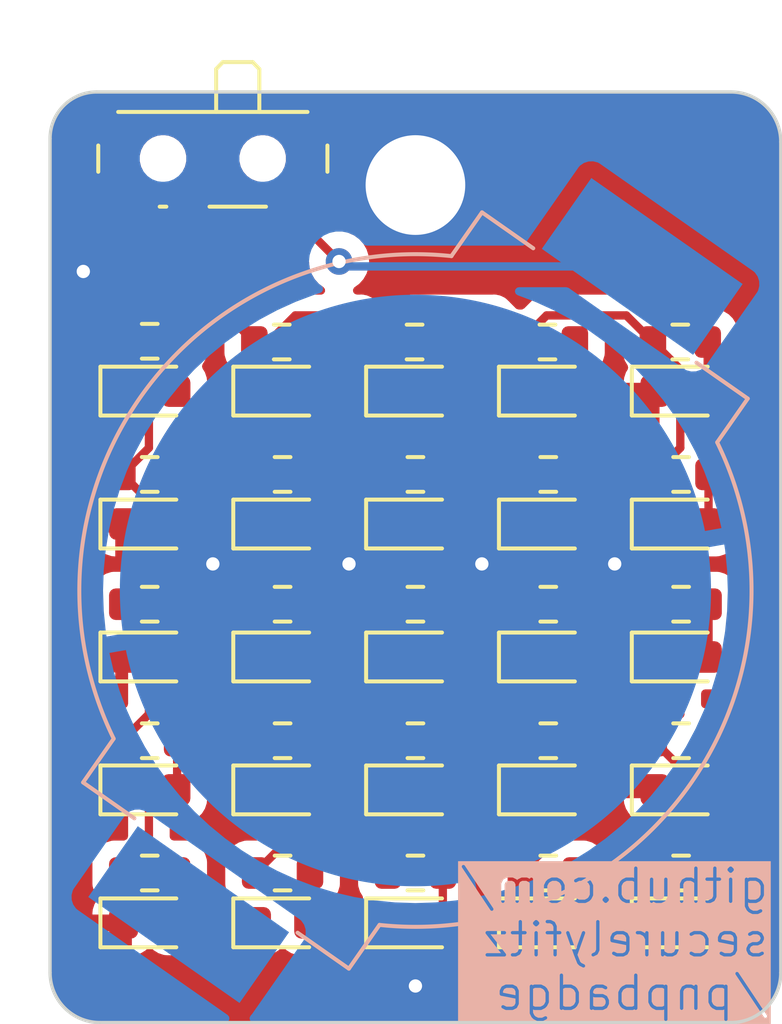
<source format=kicad_pcb>
(kicad_pcb (version 20221018) (generator pcbnew)
  (layers (0 "F.Cu" signal) (31 "B.Cu" signal) (34 "B.Paste" user) (35 "F.Paste" user) (36 "B.SilkS" user "B.Silkscreen") (37 "F.SilkS" user "F.Silkscreen") (38 "B.Mask" user) (39 "F.Mask" user) (44 "Edge.Cuts" user))
  (net 0 "")
  (net 1 "Net-(BT1-+)")
  (net 2 "Net-(D1.1-A)")
  (net 3 "Net-(D1.2-A)")
  (net 4 "Net-(D1.3-A)")
  (net 5 "Net-(D1.4-A)")
  (net 6 "Net-(D1.5-A)")
  (net 7 "Net-(D2.1-A)")
  (net 8 "Net-(D2.2-A)")
  (net 9 "Net-(D2.3-A)")
  (net 10 "Net-(D2.4-A)")
  (net 11 "Net-(D2.5-A)")
  (net 12 "Net-(D3.1-A)")
  (net 13 "Net-(D3.2-A)")
  (net 14 "Net-(D3.3-A)")
  (net 15 "Net-(D3.4-A)")
  (net 16 "Net-(D3.5-A)")
  (net 17 "Net-(D4.1-A)")
  (net 18 "Net-(D4.2-A)")
  (net 19 "Net-(D4.3-A)")
  (net 20 "Net-(D4.4-A)")
  (net 21 "Net-(D4.5-A)")
  (net 22 "Net-(D5.1-A)")
  (net 23 "Net-(D5.2-A)")
  (net 24 "Net-(D5.3-A)")
  (net 25 "Net-(D5.4-A)")
  (net 26 "Net-(D5.5-A)")
  (net 28 "GND")
  (net 29 "VCC")
  (footprint "LED_SMD:LED_0603_1608Metric" (layer "F.Cu") (at 157 97)
    (fp_text reference "D5.2" hide)
    (fp_text value "LED")
    (fp_line (start -1.485 -0.735) (end -1.485 0.735) (stroke (width 0.12)) (layer "F.SilkS"))
    (fp_line (start -1.485 0.735) (end 0.8 0.735) (stroke (width 0.12)) (layer "F.SilkS"))
    (fp_line (start 0.8 -0.735) (end -1.485 -0.735) (stroke (width 0.12)) (layer "F.SilkS"))
    (pad "1" smd roundrect (at -0.7875 0) (size 0.875 0.95) (layers "F.Cu" "F.Paste" "F.Mask") (net 28 "GND"))
    (pad "2" smd roundrect (at 0.7875 0) (size 0.875 0.95) (layers "F.Cu" "F.Paste" "F.Mask") (net 23 "Net-(D5.2-A)"))
  )
  (footprint "Resistor_SMD:R_0603_1608Metric" (layer "F.Cu") (at 169 83.5075)
    (fp_text reference "R2.5" hide)
    (fp_text value "R")
    (fp_line (start -0.237258 -0.5225) (end 0.237258 -0.5225) (stroke (width 0.12)) (layer "F.SilkS"))
    (fp_line (start -0.237258 0.5225) (end 0.237258 0.5225) (stroke (width 0.12)) (layer "F.SilkS"))
    (pad "1" smd roundrect (at -0.825 0) (size 0.8 0.95) (layers "F.Cu" "F.Paste" "F.Mask") (net 29 "VCC"))
    (pad "2" smd roundrect (at 0.825 0) (size 0.8 0.95) (layers "F.Cu" "F.Paste" "F.Mask") (net 11 "Net-(D2.5-A)"))
  )
  (footprint "LED_SMD:LED_0603_1608Metric" (layer "F.Cu") (at 169 85)
    (fp_text reference "D2.5" hide)
    (fp_text value "LED")
    (fp_line (start -1.485 -0.735) (end -1.485 0.735) (stroke (width 0.12)) (layer "F.SilkS"))
    (fp_line (start -1.485 0.735) (end 0.8 0.735) (stroke (width 0.12)) (layer "F.SilkS"))
    (fp_line (start 0.8 -0.735) (end -1.485 -0.735) (stroke (width 0.12)) (layer "F.SilkS"))
    (pad "1" smd roundrect (at -0.7875 0) (size 0.875 0.95) (layers "F.Cu" "F.Paste" "F.Mask") (net 28 "GND"))
    (pad "2" smd roundrect (at 0.7875 0) (size 0.875 0.95) (layers "F.Cu" "F.Paste" "F.Mask") (net 11 "Net-(D2.5-A)"))
  )
  (footprint "LED_SMD:LED_0603_1608Metric" (layer "F.Cu") (at 157 93)
    (fp_text reference "D4.2" hide)
    (fp_text value "LED")
    (fp_line (start -1.485 -0.735) (end -1.485 0.735) (stroke (width 0.12)) (layer "F.SilkS"))
    (fp_line (start -1.485 0.735) (end 0.8 0.735) (stroke (width 0.12)) (layer "F.SilkS"))
    (fp_line (start 0.8 -0.735) (end -1.485 -0.735) (stroke (width 0.12)) (layer "F.SilkS"))
    (pad "1" smd roundrect (at -0.7875 0) (size 0.875 0.95) (layers "F.Cu" "F.Paste" "F.Mask") (net 28 "GND"))
    (pad "2" smd roundrect (at 0.7875 0) (size 0.875 0.95) (layers "F.Cu" "F.Paste" "F.Mask") (net 18 "Net-(D4.2-A)"))
  )
  (footprint "Resistor_SMD:R_0603_1608Metric" (layer "F.Cu") (at 157 91.52)
    (fp_text reference "R4.2" hide)
    (fp_text value "R")
    (fp_line (start -0.237258 -0.5225) (end 0.237258 -0.5225) (stroke (width 0.12)) (layer "F.SilkS"))
    (fp_line (start -0.237258 0.5225) (end 0.237258 0.5225) (stroke (width 0.12)) (layer "F.SilkS"))
    (pad "1" smd roundrect (at -0.825 0) (size 0.8 0.95) (layers "F.Cu" "F.Paste" "F.Mask") (net 29 "VCC"))
    (pad "2" smd roundrect (at 0.825 0) (size 0.8 0.95) (layers "F.Cu" "F.Paste" "F.Mask") (net 18 "Net-(D4.2-A)"))
  )
  (footprint "LED_SMD:LED_0603_1608Metric" (layer "F.Cu") (at 165 81)
    (fp_text reference "D1.4" hide)
    (fp_text value "LED")
    (fp_line (start -1.485 -0.735) (end -1.485 0.735) (stroke (width 0.12)) (layer "F.SilkS"))
    (fp_line (start -1.485 0.735) (end 0.8 0.735) (stroke (width 0.12)) (layer "F.SilkS"))
    (fp_line (start 0.8 -0.735) (end -1.485 -0.735) (stroke (width 0.12)) (layer "F.SilkS"))
    (pad "1" smd roundrect (at -0.7875 0) (size 0.875 0.95) (layers "F.Cu" "F.Paste" "F.Mask") (net 28 "GND"))
    (pad "2" smd roundrect (at 0.7875 0) (size 0.875 0.95) (layers "F.Cu" "F.Paste" "F.Mask") (net 5 "Net-(D1.4-A)"))
  )
  (footprint "Resistor_SMD:R_0603_1608Metric" (layer "F.Cu") (at 157 83.5075)
    (fp_text reference "R2.2" hide)
    (fp_text value "R")
    (fp_line (start -0.237258 -0.5225) (end 0.237258 -0.5225) (stroke (width 0.12)) (layer "F.SilkS"))
    (fp_line (start -0.237258 0.5225) (end 0.237258 0.5225) (stroke (width 0.12)) (layer "F.SilkS"))
    (pad "1" smd roundrect (at -0.825 0) (size 0.8 0.95) (layers "F.Cu" "F.Paste" "F.Mask") (net 29 "VCC"))
    (pad "2" smd roundrect (at 0.825 0) (size 0.8 0.95) (layers "F.Cu" "F.Paste" "F.Mask") (net 8 "Net-(D2.2-A)"))
  )
  (footprint "Resistor_SMD:R_0603_1608Metric" (layer "F.Cu") (at 168.975 79.5225)
    (fp_text reference "R1.5" hide)
    (fp_text value "R")
    (fp_line (start -0.237258 -0.5225) (end 0.237258 -0.5225) (stroke (width 0.12)) (layer "F.SilkS"))
    (fp_line (start -0.237258 0.5225) (end 0.237258 0.5225) (stroke (width 0.12)) (layer "F.SilkS"))
    (pad "1" smd roundrect (at -0.825 0) (size 0.8 0.95) (layers "F.Cu" "F.Paste" "F.Mask") (net 29 "VCC"))
    (pad "2" smd roundrect (at 0.825 0) (size 0.8 0.95) (layers "F.Cu" "F.Paste" "F.Mask") (net 6 "Net-(D1.5-A)"))
  )
  (footprint "Resistor_SMD:R_0603_1608Metric" (layer "F.Cu") (at 169 87.4125)
    (fp_text reference "R3.5" hide)
    (fp_text value "R")
    (fp_line (start -0.237258 -0.5225) (end 0.237258 -0.5225) (stroke (width 0.12)) (layer "F.SilkS"))
    (fp_line (start -0.237258 0.5225) (end 0.237258 0.5225) (stroke (width 0.12)) (layer "F.SilkS"))
    (pad "1" smd roundrect (at -0.825 0) (size 0.8 0.95) (layers "F.Cu" "F.Paste" "F.Mask") (net 29 "VCC"))
    (pad "2" smd roundrect (at 0.825 0) (size 0.8 0.95) (layers "F.Cu" "F.Paste" "F.Mask") (net 16 "Net-(D3.5-A)"))
  )
  (footprint "LED_SMD:LED_0603_1608Metric" (layer "F.Cu") (at 153 89)
    (fp_text reference "D3.1" hide)
    (fp_text value "LED")
    (fp_line (start -1.485 -0.735) (end -1.485 0.735) (stroke (width 0.12)) (layer "F.SilkS"))
    (fp_line (start -1.485 0.735) (end 0.8 0.735) (stroke (width 0.12)) (layer "F.SilkS"))
    (fp_line (start 0.8 -0.735) (end -1.485 -0.735) (stroke (width 0.12)) (layer "F.SilkS"))
    (pad "1" smd roundrect (at -0.7875 0) (size 0.875 0.95) (layers "F.Cu" "F.Paste" "F.Mask") (net 28 "GND"))
    (pad "2" smd roundrect (at 0.7875 0) (size 0.875 0.95) (layers "F.Cu" "F.Paste" "F.Mask") (net 12 "Net-(D3.1-A)"))
  )
  (footprint "LED_SMD:LED_0603_1608Metric" (layer "F.Cu") (at 161 93)
    (fp_text reference "D4.3" hide)
    (fp_text value "LED")
    (fp_line (start -1.485 -0.735) (end -1.485 0.735) (stroke (width 0.12)) (layer "F.SilkS"))
    (fp_line (start -1.485 0.735) (end 0.8 0.735) (stroke (width 0.12)) (layer "F.SilkS"))
    (fp_line (start 0.8 -0.735) (end -1.485 -0.735) (stroke (width 0.12)) (layer "F.SilkS"))
    (pad "1" smd roundrect (at -0.7875 0) (size 0.875 0.95) (layers "F.Cu" "F.Paste" "F.Mask") (net 28 "GND"))
    (pad "2" smd roundrect (at 0.7875 0) (size 0.875 0.95) (layers "F.Cu" "F.Paste" "F.Mask") (net 19 "Net-(D4.3-A)"))
  )
  (footprint "Resistor_SMD:R_0603_1608Metric" (layer "F.Cu") (at 153 79.5)
    (fp_text reference "R1.1" hide)
    (fp_text value "R")
    (fp_line (start -0.237258 -0.5225) (end 0.237258 -0.5225) (stroke (width 0.12)) (layer "F.SilkS"))
    (fp_line (start -0.237258 0.5225) (end 0.237258 0.5225) (stroke (width 0.12)) (layer "F.SilkS"))
    (pad "1" smd roundrect (at -0.825 0) (size 0.8 0.95) (layers "F.Cu" "F.Paste" "F.Mask") (net 29 "VCC"))
    (pad "2" smd roundrect (at 0.825 0) (size 0.8 0.95) (layers "F.Cu" "F.Paste" "F.Mask") (net 2 "Net-(D1.1-A)"))
  )
  (footprint "LED_SMD:LED_0603_1608Metric" (layer "F.Cu") (at 165 89)
    (fp_text reference "D3.4" hide)
    (fp_text value "LED")
    (fp_line (start -1.485 -0.735) (end -1.485 0.735) (stroke (width 0.12)) (layer "F.SilkS"))
    (fp_line (start -1.485 0.735) (end 0.8 0.735) (stroke (width 0.12)) (layer "F.SilkS"))
    (fp_line (start 0.8 -0.735) (end -1.485 -0.735) (stroke (width 0.12)) (layer "F.SilkS"))
    (pad "1" smd roundrect (at -0.7875 0) (size 0.875 0.95) (layers "F.Cu" "F.Paste" "F.Mask") (net 28 "GND"))
    (pad "2" smd roundrect (at 0.7875 0) (size 0.875 0.95) (layers "F.Cu" "F.Paste" "F.Mask") (net 15 "Net-(D3.4-A)"))
  )
  (footprint "LED_SMD:LED_0603_1608Metric" (layer "F.Cu") (at 161 85)
    (fp_text reference "D2.3" hide)
    (fp_text value "LED")
    (fp_line (start -1.485 -0.735) (end -1.485 0.735) (stroke (width 0.12)) (layer "F.SilkS"))
    (fp_line (start -1.485 0.735) (end 0.8 0.735) (stroke (width 0.12)) (layer "F.SilkS"))
    (fp_line (start 0.8 -0.735) (end -1.485 -0.735) (stroke (width 0.12)) (layer "F.SilkS"))
    (pad "1" smd roundrect (at -0.7875 0) (size 0.875 0.95) (layers "F.Cu" "F.Paste" "F.Mask") (net 28 "GND"))
    (pad "2" smd roundrect (at 0.7875 0) (size 0.875 0.95) (layers "F.Cu" "F.Paste" "F.Mask") (net 9 "Net-(D2.3-A)"))
  )
  (footprint "LED_SMD:LED_0603_1608Metric" (layer "F.Cu") (at 169 97)
    (fp_text reference "D5.5" hide)
    (fp_text value "LED")
    (fp_line (start -1.485 -0.735) (end -1.485 0.735) (stroke (width 0.12)) (layer "F.SilkS"))
    (fp_line (start -1.485 0.735) (end 0.8 0.735) (stroke (width 0.12)) (layer "F.SilkS"))
    (fp_line (start 0.8 -0.735) (end -1.485 -0.735) (stroke (width 0.12)) (layer "F.SilkS"))
    (pad "1" smd roundrect (at -0.7875 0) (size 0.875 0.95) (layers "F.Cu" "F.Paste" "F.Mask") (net 28 "GND"))
    (pad "2" smd roundrect (at 0.7875 0) (size 0.875 0.95) (layers "F.Cu" "F.Paste" "F.Mask") (net 26 "Net-(D5.5-A)"))
  )
  (footprint "LED_SMD:LED_0603_1608Metric" (layer "F.Cu") (at 169 89)
    (fp_text reference "D3.5" hide)
    (fp_text value "LED")
    (fp_line (start -1.485 -0.735) (end -1.485 0.735) (stroke (width 0.12)) (layer "F.SilkS"))
    (fp_line (start -1.485 0.735) (end 0.8 0.735) (stroke (width 0.12)) (layer "F.SilkS"))
    (fp_line (start 0.8 -0.735) (end -1.485 -0.735) (stroke (width 0.12)) (layer "F.SilkS"))
    (pad "1" smd roundrect (at -0.7875 0) (size 0.875 0.95) (layers "F.Cu" "F.Paste" "F.Mask") (net 28 "GND"))
    (pad "2" smd roundrect (at 0.7875 0) (size 0.875 0.95) (layers "F.Cu" "F.Paste" "F.Mask") (net 16 "Net-(D3.5-A)"))
  )
  (footprint "Resistor_SMD:R_0603_1608Metric" (layer "F.Cu") (at 165 83.5075)
    (fp_text reference "R2.4" hide)
    (fp_text value "R")
    (fp_line (start -0.237258 -0.5225) (end 0.237258 -0.5225) (stroke (width 0.12)) (layer "F.SilkS"))
    (fp_line (start -0.237258 0.5225) (end 0.237258 0.5225) (stroke (width 0.12)) (layer "F.SilkS"))
    (pad "1" smd roundrect (at -0.825 0) (size 0.8 0.95) (layers "F.Cu" "F.Paste" "F.Mask") (net 29 "VCC"))
    (pad "2" smd roundrect (at 0.825 0) (size 0.8 0.95) (layers "F.Cu" "F.Paste" "F.Mask") (net 10 "Net-(D2.4-A)"))
  )
  (footprint "Resistor_SMD:R_0603_1608Metric" (layer "F.Cu") (at 153 83.5075)
    (fp_text reference "R2.1" hide)
    (fp_text value "R")
    (fp_line (start -0.237258 -0.5225) (end 0.237258 -0.5225) (stroke (width 0.12)) (layer "F.SilkS"))
    (fp_line (start -0.237258 0.5225) (end 0.237258 0.5225) (stroke (width 0.12)) (layer "F.SilkS"))
    (pad "1" smd roundrect (at -0.825 0) (size 0.8 0.95) (layers "F.Cu" "F.Paste" "F.Mask") (net 29 "VCC"))
    (pad "2" smd roundrect (at 0.825 0) (size 0.8 0.95) (layers "F.Cu" "F.Paste" "F.Mask") (net 7 "Net-(D2.1-A)"))
  )
  (footprint "Resistor_SMD:R_0603_1608Metric" (layer "F.Cu") (at 161 87.4125)
    (fp_text reference "R3.3" hide)
    (fp_text value "R")
    (fp_line (start -0.237258 -0.5225) (end 0.237258 -0.5225) (stroke (width 0.12)) (layer "F.SilkS"))
    (fp_line (start -0.237258 0.5225) (end 0.237258 0.5225) (stroke (width 0.12)) (layer "F.SilkS"))
    (pad "1" smd roundrect (at -0.825 0) (size 0.8 0.95) (layers "F.Cu" "F.Paste" "F.Mask") (net 29 "VCC"))
    (pad "2" smd roundrect (at 0.825 0) (size 0.8 0.95) (layers "F.Cu" "F.Paste" "F.Mask") (net 14 "Net-(D3.3-A)"))
  )
  (footprint "LED_SMD:LED_0603_1608Metric" (layer "F.Cu") (at 161 81)
    (fp_text reference "D1.3" hide)
    (fp_text value "LED")
    (fp_line (start -1.485 -0.735) (end -1.485 0.735) (stroke (width 0.12)) (layer "F.SilkS"))
    (fp_line (start -1.485 0.735) (end 0.8 0.735) (stroke (width 0.12)) (layer "F.SilkS"))
    (fp_line (start 0.8 -0.735) (end -1.485 -0.735) (stroke (width 0.12)) (layer "F.SilkS"))
    (pad "1" smd roundrect (at -0.7875 0) (size 0.875 0.95) (layers "F.Cu" "F.Paste" "F.Mask") (net 28 "GND"))
    (pad "2" smd roundrect (at 0.7875 0) (size 0.875 0.95) (layers "F.Cu" "F.Paste" "F.Mask") (net 4 "Net-(D1.3-A)"))
  )
  (footprint "LED_SMD:LED_0603_1608Metric" (layer "F.Cu") (at 157 89)
    (fp_text reference "D3.2" hide)
    (fp_text value "LED")
    (fp_line (start -1.485 -0.735) (end -1.485 0.735) (stroke (width 0.12)) (layer "F.SilkS"))
    (fp_line (start -1.485 0.735) (end 0.8 0.735) (stroke (width 0.12)) (layer "F.SilkS"))
    (fp_line (start 0.8 -0.735) (end -1.485 -0.735) (stroke (width 0.12)) (layer "F.SilkS"))
    (pad "1" smd roundrect (at -0.7875 0) (size 0.875 0.95) (layers "F.Cu" "F.Paste" "F.Mask") (net 28 "GND"))
    (pad "2" smd roundrect (at 0.7875 0) (size 0.875 0.95) (layers "F.Cu" "F.Paste" "F.Mask") (net 13 "Net-(D3.2-A)"))
  )
  (footprint "Resistor_SMD:R_0603_1608Metric" (layer "F.Cu") (at 164.975 79.5225)
    (fp_text reference "R1.4" hide)
    (fp_text value "R")
    (fp_line (start -0.237258 -0.5225) (end 0.237258 -0.5225) (stroke (width 0.12)) (layer "F.SilkS"))
    (fp_line (start -0.237258 0.5225) (end 0.237258 0.5225) (stroke (width 0.12)) (layer "F.SilkS"))
    (pad "1" smd roundrect (at -0.825 0) (size 0.8 0.95) (layers "F.Cu" "F.Paste" "F.Mask") (net 29 "VCC"))
    (pad "2" smd roundrect (at 0.825 0) (size 0.8 0.95) (layers "F.Cu" "F.Paste" "F.Mask") (net 5 "Net-(D1.4-A)"))
  )
  (footprint "Resistor_SMD:R_0603_1608Metric" (layer "F.Cu") (at 161 91.52)
    (fp_text reference "R4.3" hide)
    (fp_text value "R")
    (fp_line (start -0.237258 -0.5225) (end 0.237258 -0.5225) (stroke (width 0.12)) (layer "F.SilkS"))
    (fp_line (start -0.237258 0.5225) (end 0.237258 0.5225) (stroke (width 0.12)) (layer "F.SilkS"))
    (pad "1" smd roundrect (at -0.825 0) (size 0.8 0.95) (layers "F.Cu" "F.Paste" "F.Mask") (net 29 "VCC"))
    (pad "2" smd roundrect (at 0.825 0) (size 0.8 0.95) (layers "F.Cu" "F.Paste" "F.Mask") (net 19 "Net-(D4.3-A)"))
  )
  (footprint "LED_SMD:LED_0603_1608Metric" (layer "F.Cu") (at 161 89)
    (fp_text reference "D3.3" hide)
    (fp_text value "LED")
    (fp_line (start -1.485 -0.735) (end -1.485 0.735) (stroke (width 0.12)) (layer "F.SilkS"))
    (fp_line (start -1.485 0.735) (end 0.8 0.735) (stroke (width 0.12)) (layer "F.SilkS"))
    (fp_line (start 0.8 -0.735) (end -1.485 -0.735) (stroke (width 0.12)) (layer "F.SilkS"))
    (pad "1" smd roundrect (at -0.7875 0) (size 0.875 0.95) (layers "F.Cu" "F.Paste" "F.Mask") (net 28 "GND"))
    (pad "2" smd roundrect (at 0.7875 0) (size 0.875 0.95) (layers "F.Cu" "F.Paste" "F.Mask") (net 14 "Net-(D3.3-A)"))
  )
  (footprint "Resistor_SMD:R_0603_1608Metric" (layer "F.Cu") (at 169 91.52)
    (fp_text reference "R4.5" hide)
    (fp_text value "R")
    (fp_line (start -0.237258 -0.5225) (end 0.237258 -0.5225) (stroke (width 0.12)) (layer "F.SilkS"))
    (fp_line (start -0.237258 0.5225) (end 0.237258 0.5225) (stroke (width 0.12)) (layer "F.SilkS"))
    (pad "1" smd roundrect (at -0.825 0) (size 0.8 0.95) (layers "F.Cu" "F.Paste" "F.Mask") (net 29 "VCC"))
    (pad "2" smd roundrect (at 0.825 0) (size 0.8 0.95) (layers "F.Cu" "F.Paste" "F.Mask") (net 21 "Net-(D4.5-A)"))
  )
  (footprint "Resistor_SMD:R_0603_1608Metric" (layer "F.Cu") (at 157 95.5)
    (fp_text reference "R5.2" hide)
    (fp_text value "R")
    (fp_line (start -0.237258 -0.5225) (end 0.237258 -0.5225) (stroke (width 0.12)) (layer "F.SilkS"))
    (fp_line (start -0.237258 0.5225) (end 0.237258 0.5225) (stroke (width 0.12)) (layer "F.SilkS"))
    (pad "1" smd roundrect (at -0.825 0) (size 0.8 0.95) (layers "F.Cu" "F.Paste" "F.Mask") (net 29 "VCC"))
    (pad "2" smd roundrect (at 0.825 0) (size 0.8 0.95) (layers "F.Cu" "F.Paste" "F.Mask") (net 23 "Net-(D5.2-A)"))
  )
  (footprint "LED_SMD:LED_0603_1608Metric" (layer "F.Cu") (at 165 93)
    (fp_text reference "D4.4" hide)
    (fp_text value "LED")
    (fp_line (start -1.485 -0.735) (end -1.485 0.735) (stroke (width 0.12)) (layer "F.SilkS"))
    (fp_line (start -1.485 0.735) (end 0.8 0.735) (stroke (width 0.12)) (layer "F.SilkS"))
    (fp_line (start 0.8 -0.735) (end -1.485 -0.735) (stroke (width 0.12)) (layer "F.SilkS"))
    (pad "1" smd roundrect (at -0.7875 0) (size 0.875 0.95) (layers "F.Cu" "F.Paste" "F.Mask") (net 28 "GND"))
    (pad "2" smd roundrect (at 0.7875 0) (size 0.875 0.95) (layers "F.Cu" "F.Paste" "F.Mask") (net 20 "Net-(D4.4-A)"))
  )
  (footprint "Resistor_SMD:R_0603_1608Metric" (layer "F.Cu") (at 169 95.5)
    (fp_text reference "R5.5" hide)
    (fp_text value "R")
    (fp_line (start -0.237258 -0.5225) (end 0.237258 -0.5225) (stroke (width 0.12)) (layer "F.SilkS"))
    (fp_line (start -0.237258 0.5225) (end 0.237258 0.5225) (stroke (width 0.12)) (layer "F.SilkS"))
    (pad "1" smd roundrect (at -0.825 0) (size 0.8 0.95) (layers "F.Cu" "F.Paste" "F.Mask") (net 29 "VCC"))
    (pad "2" smd roundrect (at 0.825 0) (size 0.8 0.95) (layers "F.Cu" "F.Paste" "F.Mask") (net 26 "Net-(D5.5-A)"))
  )
  (footprint "LED_SMD:LED_0603_1608Metric" (layer "F.Cu") (at 169 93)
    (fp_text reference "D4.5" hide)
    (fp_text value "LED")
    (fp_line (start -1.485 -0.735) (end -1.485 0.735) (stroke (width 0.12)) (layer "F.SilkS"))
    (fp_line (start -1.485 0.735) (end 0.8 0.735) (stroke (width 0.12)) (layer "F.SilkS"))
    (fp_line (start 0.8 -0.735) (end -1.485 -0.735) (stroke (width 0.12)) (layer "F.SilkS"))
    (pad "1" smd roundrect (at -0.7875 0) (size 0.875 0.95) (layers "F.Cu" "F.Paste" "F.Mask") (net 28 "GND"))
    (pad "2" smd roundrect (at 0.7875 0) (size 0.875 0.95) (layers "F.Cu" "F.Paste" "F.Mask") (net 21 "Net-(D4.5-A)"))
  )
  (footprint "LED_SMD:LED_0603_1608Metric" (layer "F.Cu") (at 165 97)
    (fp_text reference "D5.4" hide)
    (fp_text value "LED")
    (fp_line (start -1.485 -0.735) (end -1.485 0.735) (stroke (width 0.12)) (layer "F.SilkS"))
    (fp_line (start -1.485 0.735) (end 0.8 0.735) (stroke (width 0.12)) (layer "F.SilkS"))
    (fp_line (start 0.8 -0.735) (end -1.485 -0.735) (stroke (width 0.12)) (layer "F.SilkS"))
    (pad "1" smd roundrect (at -0.7875 0) (size 0.875 0.95) (layers "F.Cu" "F.Paste" "F.Mask") (net 28 "GND"))
    (pad "2" smd roundrect (at 0.7875 0) (size 0.875 0.95) (layers "F.Cu" "F.Paste" "F.Mask") (net 25 "Net-(D5.4-A)"))
  )
  (footprint "Resistor_SMD:R_0603_1608Metric" (layer "F.Cu") (at 153 91.52)
    (fp_text reference "R4.1" hide)
    (fp_text value "R")
    (fp_line (start -0.237258 -0.5225) (end 0.237258 -0.5225) (stroke (width 0.12)) (layer "F.SilkS"))
    (fp_line (start -0.237258 0.5225) (end 0.237258 0.5225) (stroke (width 0.12)) (layer "F.SilkS"))
    (pad "1" smd roundrect (at -0.825 0) (size 0.8 0.95) (layers "F.Cu" "F.Paste" "F.Mask") (net 29 "VCC"))
    (pad "2" smd roundrect (at 0.825 0) (size 0.8 0.95) (layers "F.Cu" "F.Paste" "F.Mask") (net 17 "Net-(D4.1-A)"))
  )
  (footprint "Resistor_SMD:R_0603_1608Metric" (layer "F.Cu") (at 165 91.52)
    (fp_text reference "R4.4" hide)
    (fp_text value "R")
    (fp_line (start -0.237258 -0.5225) (end 0.237258 -0.5225) (stroke (width 0.12)) (layer "F.SilkS"))
    (fp_line (start -0.237258 0.5225) (end 0.237258 0.5225) (stroke (width 0.12)) (layer "F.SilkS"))
    (pad "1" smd roundrect (at -0.825 0) (size 0.8 0.95) (layers "F.Cu" "F.Paste" "F.Mask") (net 29 "VCC"))
    (pad "2" smd roundrect (at 0.825 0) (size 0.8 0.95) (layers "F.Cu" "F.Paste" "F.Mask") (net 20 "Net-(D4.4-A)"))
  )
  (footprint "Resistor_SMD:R_0603_1608Metric" (layer "F.Cu") (at 161 83.5075)
    (fp_text reference "R2.3" hide)
    (fp_text value "R")
    (fp_line (start -0.237258 -0.5225) (end 0.237258 -0.5225) (stroke (width 0.12)) (layer "F.SilkS"))
    (fp_line (start -0.237258 0.5225) (end 0.237258 0.5225) (stroke (width 0.12)) (layer "F.SilkS"))
    (pad "1" smd roundrect (at -0.825 0) (size 0.8 0.95) (layers "F.Cu" "F.Paste" "F.Mask") (net 29 "VCC"))
    (pad "2" smd roundrect (at 0.825 0) (size 0.8 0.95) (layers "F.Cu" "F.Paste" "F.Mask") (net 9 "Net-(D2.3-A)"))
  )
  (footprint "Resistor_SMD:R_0603_1608Metric" (layer "F.Cu") (at 156.975 79.5225)
    (fp_text reference "R1.2" hide)
    (fp_text value "R")
    (fp_line (start -0.237258 -0.5225) (end 0.237258 -0.5225) (stroke (width 0.12)) (layer "F.SilkS"))
    (fp_line (start -0.237258 0.5225) (end 0.237258 0.5225) (stroke (width 0.12)) (layer "F.SilkS"))
    (pad "1" smd roundrect (at -0.825 0) (size 0.8 0.95) (layers "F.Cu" "F.Paste" "F.Mask") (net 29 "VCC"))
    (pad "2" smd roundrect (at 0.825 0) (size 0.8 0.95) (layers "F.Cu" "F.Paste" "F.Mask") (net 3 "Net-(D1.2-A)"))
  )
  (footprint "LED_SMD:LED_0603_1608Metric" (layer "F.Cu") (at 153 81)
    (fp_text reference "D1.1" hide)
    (fp_text value "LED")
    (fp_line (start -1.485 -0.735) (end -1.485 0.735) (stroke (width 0.12)) (layer "F.SilkS"))
    (fp_line (start -1.485 0.735) (end 0.8 0.735) (stroke (width 0.12)) (layer "F.SilkS"))
    (fp_line (start 0.8 -0.735) (end -1.485 -0.735) (stroke (width 0.12)) (layer "F.SilkS"))
    (pad "1" smd roundrect (at -0.7875 0) (size 0.875 0.95) (layers "F.Cu" "F.Paste" "F.Mask") (net 28 "GND"))
    (pad "2" smd roundrect (at 0.7875 0) (size 0.875 0.95) (layers "F.Cu" "F.Paste" "F.Mask") (net 2 "Net-(D1.1-A)"))
  )
  (footprint "Resistor_SMD:R_0603_1608Metric" (layer "F.Cu") (at 153 95.5)
    (fp_text reference "R5.1" hide)
    (fp_text value "R")
    (fp_line (start -0.237258 -0.5225) (end 0.237258 -0.5225) (stroke (width 0.12)) (layer "F.SilkS"))
    (fp_line (start -0.237258 0.5225) (end 0.237258 0.5225) (stroke (width 0.12)) (layer "F.SilkS"))
    (pad "1" smd roundrect (at -0.825 0) (size 0.8 0.95) (layers "F.Cu" "F.Paste" "F.Mask") (net 29 "VCC"))
    (pad "2" smd roundrect (at 0.825 0) (size 0.8 0.95) (layers "F.Cu" "F.Paste" "F.Mask") (net 22 "Net-(D5.1-A)"))
  )
  (footprint "Resistor_SMD:R_0603_1608Metric" (layer "F.Cu") (at 165 87.4125)
    (fp_text reference "R3.4" hide)
    (fp_text value "R")
    (fp_line (start -0.237258 -0.5225) (end 0.237258 -0.5225) (stroke (width 0.12)) (layer "F.SilkS"))
    (fp_line (start -0.237258 0.5225) (end 0.237258 0.5225) (stroke (width 0.12)) (layer "F.SilkS"))
    (pad "1" smd roundrect (at -0.825 0) (size 0.8 0.95) (layers "F.Cu" "F.Paste" "F.Mask") (net 29 "VCC"))
    (pad "2" smd roundrect (at 0.825 0) (size 0.8 0.95) (layers "F.Cu" "F.Paste" "F.Mask") (net 15 "Net-(D3.4-A)"))
  )
  (footprint "LED_SMD:LED_0603_1608Metric" (layer "F.Cu") (at 161 97)
    (fp_text reference "D5.3" hide)
    (fp_text value "LED")
    (fp_line (start -1.485 -0.735) (end -1.485 0.735) (stroke (width 0.12)) (layer "F.SilkS"))
    (fp_line (start -1.485 0.735) (end 0.8 0.735) (stroke (width 0.12)) (layer "F.SilkS"))
    (fp_line (start 0.8 -0.735) (end -1.485 -0.735) (stroke (width 0.12)) (layer "F.SilkS"))
    (pad "1" smd roundrect (at -0.7875 0) (size 0.875 0.95) (layers "F.Cu" "F.Paste" "F.Mask") (net 28 "GND"))
    (pad "2" smd roundrect (at 0.7875 0) (size 0.875 0.95) (layers "F.Cu" "F.Paste" "F.Mask") (net 24 "Net-(D5.3-A)"))
  )
  (footprint "Resistor_SMD:R_0603_1608Metric" (layer "F.Cu") (at 160.975 79.5225)
    (fp_text reference "R1.3" hide)
    (fp_text value "R")
    (fp_line (start -0.237258 -0.5225) (end 0.237258 -0.5225) (stroke (width 0.12)) (layer "F.SilkS"))
    (fp_line (start -0.237258 0.5225) (end 0.237258 0.5225) (stroke (width 0.12)) (layer "F.SilkS"))
    (pad "1" smd roundrect (at -0.825 0) (size 0.8 0.95) (layers "F.Cu" "F.Paste" "F.Mask") (net 29 "VCC"))
    (pad "2" smd roundrect (at 0.825 0) (size 0.8 0.95) (layers "F.Cu" "F.Paste" "F.Mask") (net 4 "Net-(D1.3-A)"))
  )
  (footprint "LED_SMD:LED_0603_1608Metric" (layer "F.Cu") (at 153 97)
    (fp_text reference "D5.1" hide)
    (fp_text value "LED")
    (fp_line (start -1.485 -0.735) (end -1.485 0.735) (stroke (width 0.12)) (layer "F.SilkS"))
    (fp_line (start -1.485 0.735) (end 0.8 0.735) (stroke (width 0.12)) (layer "F.SilkS"))
    (fp_line (start 0.8 -0.735) (end -1.485 -0.735) (stroke (width 0.12)) (layer "F.SilkS"))
    (pad "1" smd roundrect (at -0.7875 0) (size 0.875 0.95) (layers "F.Cu" "F.Paste" "F.Mask") (net 28 "GND"))
    (pad "2" smd roundrect (at 0.7875 0) (size 0.875 0.95) (layers "F.Cu" "F.Paste" "F.Mask") (net 22 "Net-(D5.1-A)"))
  )
  (footprint "Resistor_SMD:R_0603_1608Metric" (layer "F.Cu") (at 165 95.5)
    (fp_text reference "R5.4" hide)
    (fp_text value "R")
    (fp_line (start -0.237258 -0.5225) (end 0.237258 -0.5225) (stroke (width 0.12)) (layer "F.SilkS"))
    (fp_line (start -0.237258 0.5225) (end 0.237258 0.5225) (stroke (width 0.12)) (layer "F.SilkS"))
    (pad "1" smd roundrect (at -0.825 0) (size 0.8 0.95) (layers "F.Cu" "F.Paste" "F.Mask") (net 29 "VCC"))
    (pad "2" smd roundrect (at 0.825 0) (size 0.8 0.95) (layers "F.Cu" "F.Paste" "F.Mask") (net 25 "Net-(D5.4-A)"))
  )
  (footprint "Button_Switch_SMD:SW_SPDT_PCM12" (layer "F.Cu") (at 154.9 74.33 180)
    (fp_text reference "SW1" hide)
    (fp_text value "SW_SPDT")
    (fp_line (start -3.45 -0.07) (end -3.45 0.72) (stroke (width 0.12)) (layer "F.SilkS"))
    (fp_line (start -2.85 1.73) (end 2.85 1.73) (stroke (width 0.12)) (layer "F.SilkS"))
    (fp_line (start -1.6 -1.12) (end 0.1 -1.12) (stroke (width 0.12)) (layer "F.SilkS"))
    (fp_line (start -1.4 1.73) (end -1.4 3.02) (stroke (width 0.12)) (layer "F.SilkS"))
    (fp_line (start -1.4 3.02) (end -1.2 3.23) (stroke (width 0.12)) (layer "F.SilkS"))
    (fp_line (start -1.2 3.23) (end -0.3 3.23) (stroke (width 0.12)) (layer "F.SilkS"))
    (fp_line (start -0.1 3.02) (end -0.3 3.23) (stroke (width 0.12)) (layer "F.SilkS"))
    (fp_line (start -0.1 3.02) (end -0.1 1.73) (stroke (width 0.12)) (layer "F.SilkS"))
    (fp_line (start 1.4 -1.12) (end 1.6 -1.12) (stroke (width 0.12)) (layer "F.SilkS"))
    (fp_line (start 3.45 0.72) (end 3.45 -0.07) (stroke (width 0.12)) (layer "F.SilkS"))
    (pad "" smd rect (at -3.65 -0.78 180) (size 1 0.8) (layers "F.Cu" "F.Paste" "F.Mask"))
    (pad "" smd rect (at -3.65 1.43 180) (size 1 0.8) (layers "F.Cu" "F.Paste" "F.Mask"))
    (pad "" np_thru_hole circle (at -1.5 0.33 180) (size 0.9 0.9) (drill 0.9) (layers "*.Cu" "*.Mask"))
    (pad "" np_thru_hole circle (at 1.5 0.33 180) (size 0.9 0.9) (drill 0.9) (layers "*.Cu" "*.Mask"))
    (pad "" smd rect (at 3.65 -0.78 180) (size 1 0.8) (layers "F.Cu" "F.Paste" "F.Mask"))
    (pad "" smd rect (at 3.65 1.43 180) (size 1 0.8) (layers "F.Cu" "F.Paste" "F.Mask"))
    (pad "1" smd rect (at -2.25 -1.43 180) (size 0.7 1.5) (layers "F.Cu" "F.Paste" "F.Mask") (net 1 "Net-(BT1-+)"))
    (pad "2" smd rect (at 0.75 -1.43 180) (size 0.7 1.5) (layers "F.Cu" "F.Paste" "F.Mask") (net 29 "VCC"))
    (pad "3" smd rect (at 2.25 -1.43 180) (size 0.7 1.5) (layers "F.Cu" "F.Paste" "F.Mask"))
  )
  (footprint "LED_SMD:LED_0603_1608Metric" (layer "F.Cu") (at 165 85)
    (fp_text reference "D2.4" hide)
    (fp_text value "LED")
    (fp_line (start -1.485 -0.735) (end -1.485 0.735) (stroke (width 0.12)) (layer "F.SilkS"))
    (fp_line (start -1.485 0.735) (end 0.8 0.735) (stroke (width 0.12)) (layer "F.SilkS"))
    (fp_line (start 0.8 -0.735) (end -1.485 -0.735) (stroke (width 0.12)) (layer "F.SilkS"))
    (pad "1" smd roundrect (at -0.7875 0) (size 0.875 0.95) (layers "F.Cu" "F.Paste" "F.Mask") (net 28 "GND"))
    (pad "2" smd roundrect (at 0.7875 0) (size 0.875 0.95) (layers "F.Cu" "F.Paste" "F.Mask") (net 10 "Net-(D2.4-A)"))
  )
  (footprint "LED_SMD:LED_0603_1608Metric" (layer "F.Cu") (at 153 85)
    (fp_text reference "D2.1" hide)
    (fp_text value "LED")
    (fp_line (start -1.485 -0.735) (end -1.485 0.735) (stroke (width 0.12)) (layer "F.SilkS"))
    (fp_line (start -1.485 0.735) (end 0.8 0.735) (stroke (width 0.12)) (layer "F.SilkS"))
    (fp_line (start 0.8 -0.735) (end -1.485 -0.735) (stroke (width 0.12)) (layer "F.SilkS"))
    (pad "1" smd roundrect (at -0.7875 0) (size 0.875 0.95) (layers "F.Cu" "F.Paste" "F.Mask") (net 28 "GND"))
    (pad "2" smd roundrect (at 0.7875 0) (size 0.875 0.95) (layers "F.Cu" "F.Paste" "F.Mask") (net 7 "Net-(D2.1-A)"))
  )
  (footprint "Resistor_SMD:R_0603_1608Metric" (layer "F.Cu") (at 157 87.4125)
    (fp_text reference "R3.2" hide)
    (fp_text value "R")
    (fp_line (start -0.237258 -0.5225) (end 0.237258 -0.5225) (stroke (width 0.12)) (layer "F.SilkS"))
    (fp_line (start -0.237258 0.5225) (end 0.237258 0.5225) (stroke (width 0.12)) (layer "F.SilkS"))
    (pad "1" smd roundrect (at -0.825 0) (size 0.8 0.95) (layers "F.Cu" "F.Paste" "F.Mask") (net 29 "VCC"))
    (pad "2" smd roundrect (at 0.825 0) (size 0.8 0.95) (layers "F.Cu" "F.Paste" "F.Mask") (net 13 "Net-(D3.2-A)"))
  )
  (footprint "LED_SMD:LED_0603_1608Metric" (layer "F.Cu") (at 153 93)
    (fp_text reference "D4.1" hide)
    (fp_text value "LED")
    (fp_line (start -1.485 -0.735) (end -1.485 0.735) (stroke (width 0.12)) (layer "F.SilkS"))
    (fp_line (start -1.485 0.735) (end 0.8 0.735) (stroke (width 0.12)) (layer "F.SilkS"))
    (fp_line (start 0.8 -0.735) (end -1.485 -0.735) (stroke (width 0.12)) (layer "F.SilkS"))
    (pad "1" smd roundrect (at -0.7875 0) (size 0.875 0.95) (layers "F.Cu" "F.Paste" "F.Mask") (net 28 "GND"))
    (pad "2" smd roundrect (at 0.7875 0) (size 0.875 0.95) (layers "F.Cu" "F.Paste" "F.Mask") (net 17 "Net-(D4.1-A)"))
  )
  (footprint "Resistor_SMD:R_0603_1608Metric" (layer "F.Cu") (at 153 87.4125)
    (fp_text reference "R3.1" hide)
    (fp_text value "R")
    (fp_line (start -0.237258 -0.5225) (end 0.237258 -0.5225) (stroke (width 0.12)) (layer "F.SilkS"))
    (fp_line (start -0.237258 0.5225) (end 0.237258 0.5225) (stroke (width 0.12)) (layer "F.SilkS"))
    (pad "1" smd roundrect (at -0.825 0) (size 0.8 0.95) (layers "F.Cu" "F.Paste" "F.Mask") (net 29 "VCC"))
    (pad "2" smd roundrect (at 0.825 0) (size 0.8 0.95) (layers "F.Cu" "F.Paste" "F.Mask") (net 12 "Net-(D3.1-A)"))
  )
  (footprint "LED_SMD:LED_0603_1608Metric" (layer "F.Cu") (at 157 81)
    (fp_text reference "D1.2" hide)
    (fp_text value "LED")
    (fp_line (start -1.485 -0.735) (end -1.485 0.735) (stroke (width 0.12)) (layer "F.SilkS"))
    (fp_line (start -1.485 0.735) (end 0.8 0.735) (stroke (width 0.12)) (layer "F.SilkS"))
    (fp_line (start 0.8 -0.735) (end -1.485 -0.735) (stroke (width 0.12)) (layer "F.SilkS"))
    (pad "1" smd roundrect (at -0.7875 0) (size 0.875 0.95) (layers "F.Cu" "F.Paste" "F.Mask") (net 28 "GND"))
    (pad "2" smd roundrect (at 0.7875 0) (size 0.875 0.95) (layers "F.Cu" "F.Paste" "F.Mask") (net 3 "Net-(D1.2-A)"))
  )
  (footprint "LED_SMD:LED_0603_1608Metric" (layer "F.Cu") (at 157 85)
    (fp_text reference "D2.2" hide)
    (fp_text value "LED")
    (fp_line (start -1.485 -0.735) (end -1.485 0.735) (stroke (width 0.12)) (layer "F.SilkS"))
    (fp_line (start -1.485 0.735) (end 0.8 0.735) (stroke (width 0.12)) (layer "F.SilkS"))
    (fp_line (start 0.8 -0.735) (end -1.485 -0.735) (stroke (width 0.12)) (layer "F.SilkS"))
    (pad "1" smd roundrect (at -0.7875 0) (size 0.875 0.95) (layers "F.Cu" "F.Paste" "F.Mask") (net 28 "GND"))
    (pad "2" smd roundrect (at 0.7875 0) (size 0.875 0.95) (layers "F.Cu" "F.Paste" "F.Mask") (net 8 "Net-(D2.2-A)"))
  )
  (footprint "Resistor_SMD:R_0603_1608Metric" (layer "F.Cu") (at 161 95.5)
    (fp_text reference "R5.3" hide)
    (fp_text value "R")
    (fp_line (start -0.237258 -0.5225) (end 0.237258 -0.5225) (stroke (width 0.12)) (layer "F.SilkS"))
    (fp_line (start -0.237258 0.5225) (end 0.237258 0.5225) (stroke (width 0.12)) (layer "F.SilkS"))
    (pad "1" smd roundrect (at -0.825 0) (size 0.8 0.95) (layers "F.Cu" "F.Paste" "F.Mask") (net 29 "VCC"))
    (pad "2" smd roundrect (at 0.825 0) (size 0.8 0.95) (layers "F.Cu" "F.Paste" "F.Mask") (net 24 "Net-(D5.3-A)"))
  )
  (footprint "LED_SMD:LED_0603_1608Metric" (layer "F.Cu") (at 169 81)
    (fp_text reference "D1.5" hide)
    (fp_text value "LED")
    (fp_line (start -1.485 -0.735) (end -1.485 0.735) (stroke (width 0.12)) (layer "F.SilkS"))
    (fp_line (start -1.485 0.735) (end 0.8 0.735) (stroke (width 0.12)) (layer "F.SilkS"))
    (fp_line (start 0.8 -0.735) (end -1.485 -0.735) (stroke (width 0.12)) (layer "F.SilkS"))
    (pad "1" smd roundrect (at -0.7875 0) (size 0.875 0.95) (layers "F.Cu" "F.Paste" "F.Mask") (net 28 "GND"))
    (pad "2" smd roundrect (at 0.7875 0) (size 0.875 0.95) (layers "F.Cu" "F.Paste" "F.Mask") (net 6 "Net-(D1.5-A)"))
  )
  (footprint "Battery:BatteryHolder_MPD_BC2003_1x2032" (layer "B.Cu") (at 161 87 55)
    (fp_text reference "BT1" hide)
    (fp_text value "Battery_Cell")
    (fp_line (start -10.47 -4.885) (end -8.86291 -4.885) (stroke (width 0.12)) (layer "B.SilkS"))
    (fp_line (start -10.47 -3) (end -10.47 -4.885) (stroke (width 0.12)) (layer "B.SilkS"))
    (fp_line (start -10.47 3) (end -10.47 4.885) (stroke (width 0.12)) (layer "B.SilkS"))
    (fp_line (start -10.47 4.885) (end -8.86291 4.885) (stroke (width 0.12)) (layer "B.SilkS"))
    (fp_line (start 10.47 -4.885) (end 8.86291 -4.885) (stroke (width 0.12)) (layer "B.SilkS"))
    (fp_line (start 10.47 -3) (end 10.47 -4.885) (stroke (width 0.12)) (layer "B.SilkS"))
    (fp_line (start 10.47 3) (end 10.47 4.885) (stroke (width 0.12)) (layer "B.SilkS"))
    (fp_line (start 10.47 4.885) (end 8.86291 4.885) (stroke (width 0.12)) (layer "B.SilkS"))
    (fp_arc (start -8.86291 -4.885) (mid 0.002188 -10.12) (end 8.865021 -4.881168) (stroke (width 0.12)) (layer "B.SilkS"))
    (fp_arc (start 8.86291 4.885) (mid 0 10.12) (end -8.86291 4.885) (stroke (width 0.12)) (layer "B.SilkS"))
    (pad "1" smd rect (at -11.905 0 55) (size 2.6 5.56) (layers "B.Cu" "B.Paste" "B.Mask") (net 1 "Net-(BT1-+)"))
    (pad "1" smd rect (at 11.905 0 55) (size 2.6 5.56) (layers "B.Cu" "B.Paste" "B.Mask") (net 1 "Net-(BT1-+)"))
    (pad "2" smd circle (at 0 0 55) (size 17.8 17.8) (layers "B.Cu" "B.Mask") (net 28 "GND"))
  )
  (gr_arc (start 172 98.5) (mid 171.56066 99.56066) (end 170.5 100) (stroke (width 0.1)) (layer "Edge.Cuts"))
  (gr_arc (start 170.5 72) (mid 171.56066 72.43934) (end 172 73.5) (stroke (width 0.1)) (layer "Edge.Cuts"))
  (gr_line (start 170.5 100) (end 151.5 100) (stroke (width 0.1)) (layer "Edge.Cuts"))
  (gr_line (start 150 98.5) (end 150 73.4) (stroke (width 0.1)) (layer "Edge.Cuts"))
  (gr_arc (start 151.5 100) (mid 150.43934 99.56066) (end 150 98.5) (stroke (width 0.1)) (layer "Edge.Cuts"))
  (gr_line (start 170.5 72) (end 151.4 72) (stroke (width 0.1)) (layer "Edge.Cuts"))
  (gr_arc (start 150 73.4) (mid 150.410051 72.410051) (end 151.4 72) (stroke (width 0.1)) (layer "Edge.Cuts"))
  (gr_line (start 172 73.5) (end 172 98.5) (stroke (width 0.1)) (layer "Edge.Cuts"))
  (gr_text "github.com/\nsecurelyfitz\n/pnpbadge" (at 171.7 99.7) (layer "B.SilkS" knockout) (effects (font (size 1 1) (thickness 0.1)) (justify left bottom mirror)))
  (segment (start 157.15 75.76) (end 157.36 75.76) (width 0.25) (layer "F.Cu") (net 1))
  (segment (start 157.36 75.76) (end 158.7 77.1) (width 0.25) (layer "F.Cu") (net 1))
  (via blind (at 158.7 77.1) (size 0.8) (drill 0.4) (layers "F.Cu" "B.Cu") (net 1))
  (segment (start 158.7 77.1) (end 158.847995 77.247995) (width 0.25) (layer "B.Cu") (net 1))
  (segment (start 158.847995 77.247995) (end 167.828427 77.247995) (width 0.25) (layer "B.Cu") (net 1))
  (segment (start 153.825 79.5) (end 153.825 80.9625) (width 0.25) (layer "F.Cu") (net 2))
  (segment (start 153.825 80.9625) (end 153.7875 81) (width 0.25) (layer "F.Cu") (net 2))
  (segment (start 157.8 79.5225) (end 157.8 80.9875) (width 0.25) (layer "F.Cu") (net 3))
  (segment (start 157.8 80.9875) (end 157.7875 81) (width 0.25) (layer "F.Cu") (net 3))
  (segment (start 161.8 80.9875) (end 161.7875 81) (width 0.25) (layer "F.Cu") (net 4))
  (segment (start 161.8 79.5225) (end 161.8 80.9875) (width 0.25) (layer "F.Cu") (net 4))
  (segment (start 165.8 79.5225) (end 165.8 80.9875) (width 0.25) (layer "F.Cu") (net 5))
  (segment (start 165.8 80.9875) (end 165.7875 81) (width 0.25) (layer "F.Cu") (net 5))
  (segment (start 169.8 80.9875) (end 169.7875 81) (width 0.25) (layer "F.Cu") (net 6))
  (segment (start 169.8 79.5225) (end 169.8 80.9875) (width 0.25) (layer "F.Cu") (net 6))
  (segment (start 153.825 83.5075) (end 153.825 84.9625) (width 0.25) (layer "F.Cu") (net 7))
  (segment (start 153.825 84.9625) (end 153.7875 85) (width 0.25) (layer "F.Cu") (net 7))
  (segment (start 157.825 83.5075) (end 157.825 84.9625) (width 0.25) (layer "F.Cu") (net 8))
  (segment (start 157.825 84.9625) (end 157.7875 85) (width 0.25) (layer "F.Cu") (net 8))
  (segment (start 161.825 84.9625) (end 161.7875 85) (width 0.25) (layer "F.Cu") (net 9))
  (segment (start 161.825 83.5075) (end 161.825 84.9625) (width 0.25) (layer "F.Cu") (net 9))
  (segment (start 165.825 83.5075) (end 165.825 84.9625) (width 0.25) (layer "F.Cu") (net 10))
  (segment (start 165.825 84.9625) (end 165.7875 85) (width 0.25) (layer "F.Cu") (net 10))
  (segment (start 169.825 83.5075) (end 169.825 84.9625) (width 0.25) (layer "F.Cu") (net 11))
  (segment (start 169.825 84.9625) (end 169.7875 85) (width 0.25) (layer "F.Cu") (net 11))
  (segment (start 153.825 87.4125) (end 153.825 88.9625) (width 0.25) (layer "F.Cu") (net 12))
  (segment (start 153.825 88.9625) (end 153.7875 89) (width 0.25) (layer "F.Cu") (net 12))
  (segment (start 157.825 88.9625) (end 157.7875 89) (width 0.25) (layer "F.Cu") (net 13))
  (segment (start 157.825 87.4125) (end 157.825 88.9625) (width 0.25) (layer "F.Cu") (net 13))
  (segment (start 161.825 87.4125) (end 161.825 88.9625) (width 0.25) (layer "F.Cu") (net 14))
  (segment (start 161.825 88.9625) (end 161.7875 89) (width 0.25) (layer "F.Cu") (net 14))
  (segment (start 165.825 88.9625) (end 165.7875 89) (width 0.25) (layer "F.Cu") (net 15))
  (segment (start 165.825 87.4125) (end 165.825 88.9625) (width 0.25) (layer "F.Cu") (net 15))
  (segment (start 169.825 87.4125) (end 169.825 88.9625) (width 0.25) (layer "F.Cu") (net 16))
  (segment (start 169.825 88.9625) (end 169.7875 89) (width 0.25) (layer "F.Cu") (net 16))
  (segment (start 153.825 91.52) (end 153.825 92.9625) (width 0.25) (layer "F.Cu") (net 17))
  (segment (start 153.825 92.9625) (end 153.7875 93) (width 0.25) (layer "F.Cu") (net 17))
  (segment (start 157.825 92.9625) (end 157.7875 93) (width 0.25) (layer "F.Cu") (net 18))
  (segment (start 157.825 91.52) (end 157.825 92.9625) (width 0.25) (layer "F.Cu") (net 18))
  (segment (start 161.825 91.52) (end 161.825 92.9625) (width 0.25) (layer "F.Cu") (net 19))
  (segment (start 161.825 92.9625) (end 161.7875 93) (width 0.25) (layer "F.Cu") (net 19))
  (segment (start 165.825 91.52) (end 165.825 92.9625) (width 0.25) (layer "F.Cu") (net 20))
  (segment (start 165.825 92.9625) (end 165.7875 93) (width 0.25) (layer "F.Cu") (net 20))
  (segment (start 169.825 91.52) (end 169.825 92.9625) (width 0.25) (layer "F.Cu") (net 21))
  (segment (start 169.825 92.9625) (end 169.7875 93) (width 0.25) (layer "F.Cu") (net 21))
  (segment (start 153.825 95.5) (end 153.825 96.9625) (width 0.25) (layer "F.Cu") (net 22))
  (segment (start 153.825 96.9625) (end 153.7875 97) (width 0.25) (layer "F.Cu") (net 22))
  (segment (start 157.825 96.9625) (end 157.7875 97) (width 0.25) (layer "F.Cu") (net 23))
  (segment (start 157.825 95.5) (end 157.825 96.9625) (width 0.25) (layer "F.Cu") (net 23))
  (segment (start 161.825 96.9625) (end 161.7875 97) (width 0.25) (layer "F.Cu") (net 24))
  (segment (start 161.825 95.5) (end 161.825 96.9625) (width 0.25) (layer "F.Cu") (net 24))
  (segment (start 165.825 96.9625) (end 165.7875 97) (width 0.25) (layer "F.Cu") (net 25))
  (segment (start 165.825 95.5) (end 165.825 96.9625) (width 0.25) (layer "F.Cu") (net 25))
  (segment (start 169.825 96.9625) (end 169.7875 97) (width 0.25) (layer "F.Cu") (net 26))
  (segment (start 169.825 95.5) (end 169.825 96.9625) (width 0.25) (layer "F.Cu") (net 26))
  (via blind (at 151 77.4) (size 0.8) (drill 0.4) (layers "F.Cu" "B.Cu") (net 28))
  (via blind (at 159 86.2) (size 0.8) (drill 0.4) (layers "F.Cu" "B.Cu") (net 28))
  (via blind (at 167 86.2) (size 0.8) (drill 0.4) (layers "F.Cu" "B.Cu") (net 28))
  (via blind (at 154.9 86.2) (size 0.8) (drill 0.4) (layers "F.Cu" "B.Cu") (net 28))
  (via (at 161 74.8) (size 3.5) (drill 3) (layers "F.Cu" "B.Cu") (net 28))
  (via blind (at 163 86.2) (size 0.8) (drill 0.4) (layers "F.Cu" "B.Cu") (net 28))
  (via blind (at 161 98.9) (size 0.8) (drill 0.4) (layers "F.Cu" "B.Cu") (net 28))
  (segment (start 160.975 80.3475) (end 160.975 82.7075) (width 0.25) (layer "F.Cu") (net 29))
  (segment (start 156.15 79.5225) (end 156.975 80.3475) (width 0.25) (layer "F.Cu") (net 29))
  (segment (start 160.95 78.7225) (end 163.35 78.7225) (width 0.25) (layer "F.Cu") (net 29))
  (segment (start 152.975 90.72) (end 152.175 91.52) (width 0.25) (layer "F.Cu") (net 29))
  (segment (start 164.15 79.5225) (end 164.975 80.3475) (width 0.25) (layer "F.Cu") (net 29))
  (segment (start 152.975 94.7) (end 152.175 95.5) (width 0.25) (layer "F.Cu") (net 29))
  (segment (start 156.175 91.52) (end 156.975 92.32) (width 0.25) (layer "F.Cu") (net 29))
  (segment (start 168.175 87.4125) (end 168.975 88.2125) (width 0.25) (layer "F.Cu") (net 29))
  (segment (start 152.175 79.5) (end 152.975 80.3) (width 0.25) (layer "F.Cu") (net 29))
  (segment (start 157.382538 78.7225) (end 159.35 78.7225) (width 0.25) (layer "F.Cu") (net 29))
  (segment (start 164.95 78.7225) (end 167.35 78.7225) (width 0.25) (layer "F.Cu") (net 29))
  (segment (start 168.975 94.7) (end 168.175 95.5) (width 0.25) (layer "F.Cu") (net 29))
  (segment (start 156.975 92.32) (end 156.975 94.7) (width 0.25) (layer "F.Cu") (net 29))
  (segment (start 168.975 82.7075) (end 168.175 83.5075) (width 0.25) (layer "F.Cu") (net 29))
  (segment (start 168.15 79.5225) (end 168.975 80.3475) (width 0.25) (layer "F.Cu") (net 29))
  (segment (start 168.175 83.5075) (end 168.975 84.3075) (width 0.25) (layer "F.Cu") (net 29))
  (segment (start 156.175 87.4125) (end 156.975 88.2125) (width 0.25) (layer "F.Cu") (net 29))
  (segment (start 164.975 84.3075) (end 164.975 86.6125) (width 0.25) (layer "F.Cu") (net 29))
  (segment (start 152.975 80.3) (end 152.975 82.7075) (width 0.25) (layer "F.Cu") (net 29))
  (segment (start 164.975 94.7) (end 164.175 95.5) (width 0.25) (layer "F.Cu") (net 29))
  (segment (start 152.975 86.6125) (end 152.175 87.4125) (width 0.25) (layer "F.Cu") (net 29))
  (segment (start 160.175 87.4125) (end 160.975 88.2125) (width 0.25) (layer "F.Cu") (net 29))
  (segment (start 156.975 94.7) (end 156.175 95.5) (width 0.25) (layer "F.Cu") (net 29))
  (segment (start 163.35 78.7225) (end 164.15 79.5225) (width 0.25) (layer "F.Cu") (net 29))
  (segment (start 156.15 79.5225) (end 156.582538 79.5225) (width 0.25) (layer "F.Cu") (net 29))
  (segment (start 160.975 84.3075) (end 160.975 86.6125) (width 0.25) (layer "F.Cu") (net 29))
  (segment (start 156.975 86.6125) (end 156.175 87.4125) (width 0.25) (layer "F.Cu") (net 29))
  (segment (start 152.175 87.4125) (end 152.975 88.2125) (width 0.25) (layer "F.Cu") (net 29))
  (segment (start 168.975 84.3075) (end 168.975 86.6125) (width 0.25) (layer "F.Cu") (net 29))
  (segment (start 168.975 92.32) (end 168.975 94.7) (width 0.25) (layer "F.Cu") (net 29))
  (segment (start 160.15 79.5225) (end 160.95 78.7225) (width 0.25) (layer "F.Cu") (net 29))
  (segment (start 168.975 88.2125) (end 168.975 90.72) (width 0.25) (layer "F.Cu") (net 29))
  (segment (start 167.35 78.7225) (end 168.15 79.5225) (width 0.25) (layer "F.Cu") (net 29))
  (segment (start 164.975 82.7075) (end 164.175 83.5075) (width 0.25) (layer "F.Cu") (net 29))
  (segment (start 160.975 94.7) (end 160.175 95.5) (width 0.25) (layer "F.Cu") (net 29))
  (segment (start 156.975 90.72) (end 156.175 91.52) (width 0.25) (layer "F.Cu") (net 29))
  (segment (start 164.175 87.4125) (end 164.975 88.2125) (width 0.25) (layer "F.Cu") (net 29))
  (segment (start 164.175 91.52) (end 164.975 92.32) (width 0.25) (layer "F.Cu") (net 29))
  (segment (start 164.975 80.3475) (end 164.975 82.7075) (width 0.25) (layer "F.Cu") (net 29))
  (segment (start 168.975 90.72) (end 168.175 91.52) (width 0.25) (layer "F.Cu") (net 29))
  (segment (start 156.582538 79.5225) (end 157.382538 78.7225) (width 0.25) (layer "F.Cu") (net 29))
  (segment (start 152.975 88.2125) (end 152.975 90.72) (width 0.25) (layer "F.Cu") (net 29))
  (segment (start 164.975 92.32) (end 164.975 94.7) (width 0.25) (layer "F.Cu") (net 29))
  (segment (start 156.975 82.7075) (end 156.175 83.5075) (width 0.25) (layer "F.Cu") (net 29))
  (segment (start 159.35 78.7225) (end 160.15 79.5225) (width 0.25) (layer "F.Cu") (net 29))
  (segment (start 156.175 83.5075) (end 156.975 84.3075) (width 0.25) (layer "F.Cu") (net 29))
  (segment (start 164.175 83.5075) (end 164.975 84.3075) (width 0.25) (layer "F.Cu") (net 29))
  (segment (start 160.15 79.5225) (end 160.975 80.3475) (width 0.25) (layer "F.Cu") (net 29))
  (segment (start 156.975 80.3475) (end 156.975 82.7075) (width 0.25) (layer "F.Cu") (net 29))
  (segment (start 152.975 92.32) (end 152.975 94.7) (width 0.25) (layer "F.Cu") (net 29))
  (segment (start 152.975 82.7075) (end 152.175 83.5075) (width 0.25) (layer "F.Cu") (net 29))
  (segment (start 160.175 91.52) (end 160.975 92.32) (width 0.25) (layer "F.Cu") (net 29))
  (segment (start 168.975 80.3475) (end 168.975 82.7075) (width 0.25) (layer "F.Cu") (net 29))
  (segment (start 154.15 77.5225) (end 156.15 79.5225) (width 0.25) (layer "F.Cu") (net 29))
  (segment (start 164.975 86.6125) (end 164.175 87.4125) (width 0.25) (layer "F.Cu") (net 29))
  (segment (start 164.975 88.2125) (end 164.975 90.72) (width 0.25) (layer "F.Cu") (net 29))
  (segment (start 152.175 83.5075) (end 152.975 84.3075) (width 0.25) (layer "F.Cu") (net 29))
  (segment (start 160.975 86.6125) (end 160.175 87.4125) (width 0.25) (layer "F.Cu") (net 29))
  (segment (start 152.175 79.5) (end 152.975 78.7) (width 0.25) (layer "F.Cu") (net 29))
  (segment (start 154.15 75.76) (end 154.15 77.5225) (width 0.25) (layer "F.Cu") (net 29))
  (segment (start 160.975 88.2125) (end 160.975 90.72) (width 0.25) (layer "F.Cu") (net 29))
  (segment (start 168.975 86.6125) (end 168.175 87.4125) (width 0.25) (layer "F.Cu") (net 29))
  (segment (start 164.975 90.72) (end 164.175 91.52) (width 0.25) (layer "F.Cu") (net 29))
  (segment (start 152.975 84.3075) (end 152.975 86.6125) (width 0.25) (layer "F.Cu") (net 29))
  (segment (start 160.975 82.7075) (end 160.175 83.5075) (width 0.25) (layer "F.Cu") (net 29))
  (segment (start 152.175 91.52) (end 152.975 92.32) (width 0.25) (layer "F.Cu") (net 29))
  (segment (start 156.975 84.3075) (end 156.975 86.6125) (width 0.25) (layer "F.Cu") (net 29))
  (segment (start 160.175 83.5075) (end 160.975 84.3075) (width 0.25) (layer "F.Cu") (net 29))
  (segment (start 160.975 90.72) (end 160.175 91.52) (width 0.25) (layer "F.Cu") (net 29))
  (segment (start 156.975 88.2125) (end 156.975 90.72) (width 0.25) (layer "F.Cu") (net 29))
  (segment (start 155.3275 78.7) (end 156.15 79.5225) (width 0.25) (layer "F.Cu") (net 29))
  (segment (start 160.975 92.32) (end 160.975 94.7) (width 0.25) (layer "F.Cu") (net 29))
  (segment (start 168.175 91.52) (end 168.975 92.32) (width 0.25) (layer "F.Cu") (net 29))
  (segment (start 152.975 78.7) (end 155.3275 78.7) (width 0.25) (layer "F.Cu") (net 29))
  (segment (start 164.15 79.5225) (end 164.95 78.7225) (width 0.25) (layer "F.Cu") (net 29))
  (zone (net 28) (net_name "GND") (layers "F&B.Cu") (connect_pads (clearance 0.5)) (min_thickness 0.25) (fill yes (thermal_gap 0.5) (thermal_bridge_width 0.5))
    (polygon (pts (xy 150 72) (xy 150 100) (xy 172 100) (xy 172 72)))
  )
)
</source>
